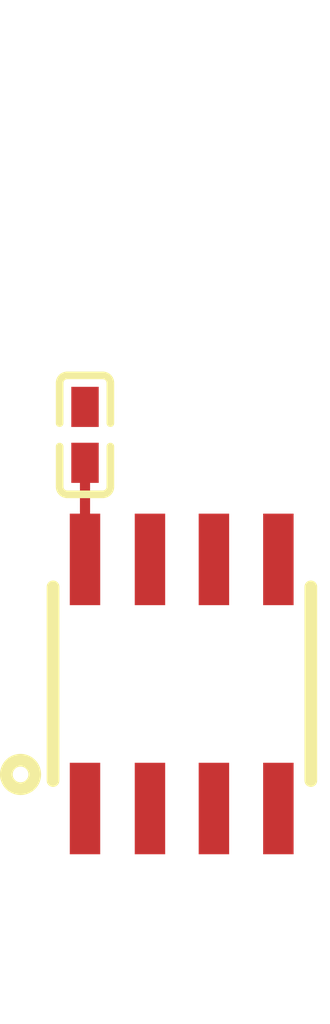
<source format=kicad_pcb>
(kicad_pcb (version 20241229) (generator "pcbnew") (generator_version "9.0")
  (layers (0 "F.Cu" signal) (2 "B.Cu" signal) (13 "F.Paste" user) (15 "B.Paste" user) (5 "F.SilkS" user "F.Silkscreen") (7 "B.SilkS" user "B.Silkscreen") (1 "F.Mask" user) (3 "B.Mask" user) (25 "Edge.Cuts" user))
  (net 0 "")
  (net 1 "VDD")
  (net 2 "IO0")
  (net 3 "IO1")
  (net 4 "IO2")
  (net 5 "SDA")
  (net 6 "SCL")
  (net 7 "IO3")
  (net 8 "gnd")
  (footprint "NXP_Semicon_PCA9536D_118:SO-8_L4.9-W3.9-P1.27-LS6.0-BL" (layer "F.Cu") (at 0 0)
    (property "Reference" "U1" (hide yes))
    (property "Value" "")
    (fp_line (start -2.54 -1.91) (end -2.54 1.9) (stroke (width 0.25)) (layer "F.SilkS"))
    (fp_line (start 2.54 -1.91) (end 2.54 1.9) (stroke (width 0.25)) (layer "F.SilkS"))
    (fp_circle (center -3.18 1.78) (end -2.9 1.78) (stroke (width 0.25)) (fill no) (layer "F.SilkS"))
    (pad "1" smd rect (at -1.91 2.45) (size 0.6 1.8) (layers "F.Cu" "F.Mask" "F.Paste") (net 2 "IO0"))
    (pad "2" smd rect (at -0.63 2.45) (size 0.6 1.8) (layers "F.Cu" "F.Mask" "F.Paste") (net 3 "IO1"))
    (pad "3" smd rect (at 0.63 2.45) (size 0.6 1.8) (layers "F.Cu" "F.Mask" "F.Paste") (net 4 "IO2"))
    (pad "4" smd rect (at 1.9 2.45) (size 0.6 1.8) (layers "F.Cu" "F.Mask" "F.Paste") (net 8 "gnd"))
    (pad "5" smd rect (at 1.9 -2.45 180) (size 0.6 1.8) (layers "F.Cu" "F.Mask" "F.Paste") (net 7 "IO3"))
    (pad "6" smd rect (at 0.63 -2.45 180) (size 0.6 1.8) (layers "F.Cu" "F.Mask" "F.Paste") (net 6 "SCL"))
    (pad "7" smd rect (at -0.63 -2.45 180) (size 0.6 1.8) (layers "F.Cu" "F.Mask" "F.Paste") (net 5 "SDA"))
    (pad "8" smd rect (at -1.91 -2.45 180) (size 0.6 1.8) (layers "F.Cu" "F.Mask" "F.Paste") (net 1 "VDD"))
  )
  (footprint "Samsung_Electro_Mechanics_CL05B104KO5NNNC:C0402" (layer "F.Cu") (at -1.91 -4.9 90)
    (property "Reference" "C1" (hide yes))
    (property "Value" "100nF ±10% 16V X7R")
    (fp_line (start 1.02 -0.5) (end 0.23 -0.5) (stroke (width 0.15)) (layer "F.SilkS"))
    (fp_line (start -1.02 -0.5) (end -0.23 -0.5) (stroke (width 0.15)) (layer "F.SilkS"))
    (fp_line (start 1.17 0.35) (end 1.17 -0.35) (stroke (width 0.15)) (layer "F.SilkS"))
    (fp_line (start -1.17 0.35) (end -1.17 -0.35) (stroke (width 0.15)) (layer "F.SilkS"))
    (fp_line (start 0.23 0.5) (end 1.02 0.5) (stroke (width 0.15)) (layer "F.SilkS"))
    (fp_line (start -0.23 0.5) (end -1.02 0.5) (stroke (width 0.15)) (layer "F.SilkS"))
    (fp_arc (start 1.02 -0.5) (mid 1.126066 -0.456066) (end 1.17 -0.35) (stroke (width 0.15)) (layer "F.SilkS"))
    (fp_arc (start -1.17 -0.35) (mid -1.126066 -0.456066) (end -1.02 -0.5) (stroke (width 0.15)) (layer "F.SilkS"))
    (fp_arc (start 1.17 0.35) (mid 1.126066 0.456066) (end 1.02 0.5) (stroke (width 0.15)) (layer "F.SilkS"))
    (fp_arc (start -1.02 0.5) (mid -1.126066 0.456066) (end -1.17 0.35) (stroke (width 0.15)) (layer "F.SilkS"))
    (pad "1" smd rect (at -0.55 0 90) (size 0.79 0.54) (layers "F.Cu" "F.Mask" "F.Paste") (net 1 "VDD"))
    (pad "2" smd rect (at 0.55 0 90) (size 0.79 0.54) (layers "F.Cu" "F.Mask" "F.Paste") (net 8 "gnd"))
  )
  (segment (start -1.91 -4.35) (end -1.91 -2.45) (width 0.2) (layer "F.Cu") (net 1))
)
</source>
